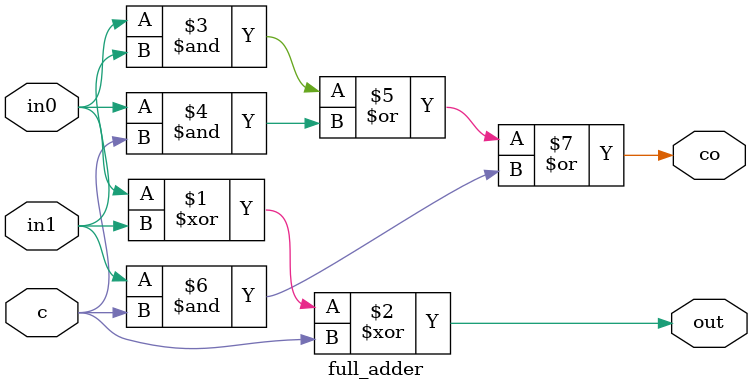
<source format=v>
module full_adder(	// file.cleaned.mlir:2:3
  input  in0,	// file.cleaned.mlir:2:28
         in1,	// file.cleaned.mlir:2:42
         c,	// file.cleaned.mlir:2:56
  output out,	// file.cleaned.mlir:2:69
         co	// file.cleaned.mlir:2:83
);

  assign out = in0 ^ in1 ^ c;	// file.cleaned.mlir:3:10, :8:5
  assign co = in0 & in1 | in0 & c | in1 & c;	// file.cleaned.mlir:4:10, :5:10, :6:10, :7:10, :8:5
endmodule


</source>
